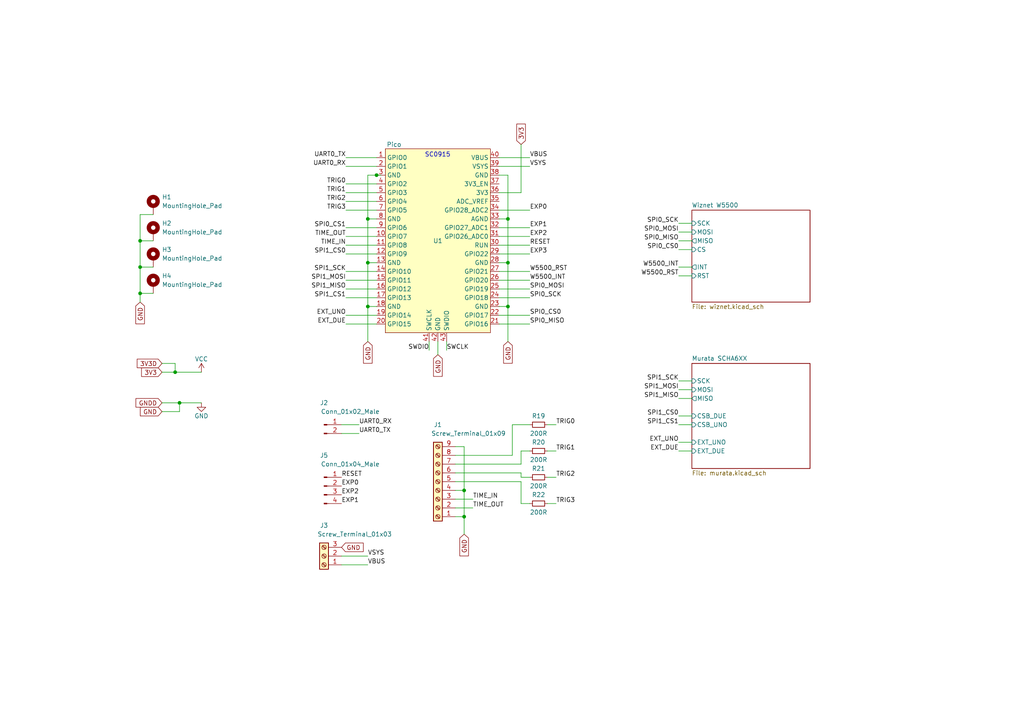
<source format=kicad_sch>
(kicad_sch (version 20211123) (generator eeschema)
  (paper "A4")
  (title_block (title "Pico Extension v1.1 ") (date "2022-06-27") (rev "A") (company "Tampere University") (comment 1 "Christian Kaarre"))
  (lib_symbols
    (symbol "Connector:Conn_01x02_Male" (pin_names (offset 1.016) hide)
      (property "Reference" "J" (at 0 2.54 0))
      (property "Value" "Conn_01x02_Male" (at 0 -5.08 0))
      (symbol "Conn_01x02_Male_1_1"
        (polyline (pts (xy 1.27 -2.54) (xy 0.8636 -2.54)) (stroke (width 0.1524)))
        (polyline (pts (xy 1.27 0) (xy 0.8636 0)) (stroke (width 0.1524)))
        (rectangle (start 0.8636 -2.413) (end 0 -2.667) (stroke (width 0.1524)) (fill (type outline)))
        (rectangle (start 0.8636 0.127) (end 0 -0.127) (stroke (width 0.1524)) (fill (type outline)))
        (pin passive line (at 5.08 0 180) (length 3.81) (name "Pin_1") (number "1"))
        (pin passive line (at 5.08 -2.54 180) (length 3.81) (name "Pin_2") (number "2"))
      )
    )
    (symbol "Connector:Conn_01x04_Male" (pin_names (offset 1.016) hide)
      (property "Reference" "J" (at 0 5.08 0))
      (property "Value" "Conn_01x04_Male" (at 0 -7.62 0))
      (symbol "Conn_01x04_Male_1_1"
        (polyline (pts (xy 1.27 -5.08) (xy 0.8636 -5.08)) (stroke (width 0.1524)))
        (polyline (pts (xy 1.27 -2.54) (xy 0.8636 -2.54)) (stroke (width 0.1524)))
        (polyline (pts (xy 1.27 0) (xy 0.8636 0)) (stroke (width 0.1524)))
        (polyline (pts (xy 1.27 2.54) (xy 0.8636 2.54)) (stroke (width 0.1524)))
        (rectangle (start 0.8636 -4.953) (end 0 -5.207) (stroke (width 0.1524)) (fill (type outline)))
        (rectangle (start 0.8636 -2.413) (end 0 -2.667) (stroke (width 0.1524)) (fill (type outline)))
        (rectangle (start 0.8636 0.127) (end 0 -0.127) (stroke (width 0.1524)) (fill (type outline)))
        (rectangle (start 0.8636 2.667) (end 0 2.413) (stroke (width 0.1524)) (fill (type outline)))
        (pin passive line (at 5.08 2.54 180) (length 3.81) (name "Pin_1") (number "1"))
        (pin passive line (at 5.08 0 180) (length 3.81) (name "Pin_2") (number "2"))
        (pin passive line (at 5.08 -2.54 180) (length 3.81) (name "Pin_3") (number "3"))
        (pin passive line (at 5.08 -5.08 180) (length 3.81) (name "Pin_4") (number "4"))
      )
    )
    (symbol "Connector:Screw_Terminal_01x03" (pin_names (offset 1.016) hide)
      (property "Reference" "J" (at 0 5.08 0))
      (property "Value" "Screw_Terminal_01x03" (at 0 -5.08 0))
      (symbol "Screw_Terminal_01x03_1_1"
        (rectangle (start -1.27 3.81) (end 1.27 -3.81) (stroke (width 0.254)) (fill (type background)))
        (circle (center 0 -2.54) (radius 0.635) (stroke (width 0.1524)))
        (polyline (pts (xy -0.5334 -2.2098) (xy 0.3302 -3.048)) (stroke (width 0.1524)))
        (polyline (pts (xy -0.5334 0.3302) (xy 0.3302 -0.508)) (stroke (width 0.1524)))
        (polyline (pts (xy -0.5334 2.8702) (xy 0.3302 2.032)) (stroke (width 0.1524)))
        (polyline (pts (xy -0.3556 -2.032) (xy 0.508 -2.8702)) (stroke (width 0.1524)))
        (polyline (pts (xy -0.3556 0.508) (xy 0.508 -0.3302)) (stroke (width 0.1524)))
        (polyline (pts (xy -0.3556 3.048) (xy 0.508 2.2098)) (stroke (width 0.1524)))
        (circle (center 0 0) (radius 0.635) (stroke (width 0.1524)))
        (circle (center 0 2.54) (radius 0.635) (stroke (width 0.1524)))
        (pin passive line (at -5.08 2.54 0) (length 3.81) (name "Pin_1") (number "1"))
        (pin passive line (at -5.08 0 0) (length 3.81) (name "Pin_2") (number "2"))
        (pin passive line (at -5.08 -2.54 0) (length 3.81) (name "Pin_3") (number "3"))
      )
    )
    (symbol "Connector:Screw_Terminal_01x09" (pin_names (offset 1.016) hide)
      (property "Reference" "J" (at 0 12.7 0))
      (property "Value" "Screw_Terminal_01x09" (at 0 -12.7 0))
      (symbol "Screw_Terminal_01x09_1_1"
        (rectangle (start -1.27 11.43) (end 1.27 -11.43) (stroke (width 0.254)) (fill (type background)))
        (circle (center 0 -10.16) (radius 0.635) (stroke (width 0.1524)))
        (circle (center 0 -7.62) (radius 0.635) (stroke (width 0.1524)))
        (circle (center 0 -5.08) (radius 0.635) (stroke (width 0.1524)))
        (circle (center 0 -2.54) (radius 0.635) (stroke (width 0.1524)))
        (polyline (pts (xy -0.5334 -9.8298) (xy 0.3302 -10.668)) (stroke (width 0.1524)))
        (polyline (pts (xy -0.5334 -7.2898) (xy 0.3302 -8.128)) (stroke (width 0.1524)))
        (polyline (pts (xy -0.5334 -4.7498) (xy 0.3302 -5.588)) (stroke (width 0.1524)))
        (polyline (pts (xy -0.5334 -2.2098) (xy 0.3302 -3.048)) (stroke (width 0.1524)))
        (polyline (pts (xy -0.5334 0.3302) (xy 0.3302 -0.508)) (stroke (width 0.1524)))
        (polyline (pts (xy -0.5334 2.8702) (xy 0.3302 2.032)) (stroke (width 0.1524)))
        (polyline (pts (xy -0.5334 5.4102) (xy 0.3302 4.572)) (stroke (width 0.1524)))
        (polyline (pts (xy -0.5334 7.9502) (xy 0.3302 7.112)) (stroke (width 0.1524)))
        (polyline (pts (xy -0.5334 10.4902) (xy 0.3302 9.652)) (stroke (width 0.1524)))
        (polyline (pts (xy -0.3556 -9.652) (xy 0.508 -10.4902)) (stroke (width 0.1524)))
        (polyline (pts (xy -0.3556 -7.112) (xy 0.508 -7.9502)) (stroke (width 0.1524)))
        (polyline (pts (xy -0.3556 -4.572) (xy 0.508 -5.4102)) (stroke (width 0.1524)))
        (polyline (pts (xy -0.3556 -2.032) (xy 0.508 -2.8702)) (stroke (width 0.1524)))
        (polyline (pts (xy -0.3556 0.508) (xy 0.508 -0.3302)) (stroke (width 0.1524)))
        (polyline (pts (xy -0.3556 3.048) (xy 0.508 2.2098)) (stroke (width 0.1524)))
        (polyline (pts (xy -0.3556 5.588) (xy 0.508 4.7498)) (stroke (width 0.1524)))
        (polyline (pts (xy -0.3556 8.128) (xy 0.508 7.2898)) (stroke (width 0.1524)))
        (polyline (pts (xy -0.3556 10.668) (xy 0.508 9.8298)) (stroke (width 0.1524)))
        (circle (center 0 0) (radius 0.635) (stroke (width 0.1524)))
        (circle (center 0 2.54) (radius 0.635) (stroke (width 0.1524)))
        (circle (center 0 5.08) (radius 0.635) (stroke (width 0.1524)))
        (circle (center 0 7.62) (radius 0.635) (stroke (width 0.1524)))
        (circle (center 0 10.16) (radius 0.635) (stroke (width 0.1524)))
        (pin passive line (at -5.08 10.16 0) (length 3.81) (name "Pin_1") (number "1"))
        (pin passive line (at -5.08 7.62 0) (length 3.81) (name "Pin_2") (number "2"))
        (pin passive line (at -5.08 5.08 0) (length 3.81) (name "Pin_3") (number "3"))
        (pin passive line (at -5.08 2.54 0) (length 3.81) (name "Pin_4") (number "4"))
        (pin passive line (at -5.08 0 0) (length 3.81) (name "Pin_5") (number "5"))
        (pin passive line (at -5.08 -2.54 0) (length 3.81) (name "Pin_6") (number "6"))
        (pin passive line (at -5.08 -5.08 0) (length 3.81) (name "Pin_7") (number "7"))
        (pin passive line (at -5.08 -7.62 0) (length 3.81) (name "Pin_8") (number "8"))
        (pin passive line (at -5.08 -10.16 0) (length 3.81) (name "Pin_9") (number "9"))
      )
    )
    (symbol "Device:R_Small" (pin_numbers hide) (pin_names (offset 0.254) hide)
      (property "Reference" "R" (at 0.762 0.508 0))
      (property "Value" "R_Small" (at 0.762 -1.016 0))
      (symbol "R_Small_0_1"
        (rectangle (start -0.762 1.778) (end 0.762 -1.778) (stroke (width 0.2032)))
      )
      (symbol "R_Small_1_1"
        (pin passive line (at 0 2.54 270) (length 0.762) (name "~") (number "1"))
        (pin passive line (at 0 -2.54 90) (length 0.762) (name "~") (number "2"))
      )
    )
    (symbol "MCU_RaspberryPi_and_Boards:Pico"
      (property "Reference" "U1" (at 0 31.75 0))
      (property "Value" "Pico" (at -12.7 27.94 0))
      (symbol "Pico_0_1"
        (rectangle (start -15.24 26.67) (end 15.24 -26.67) (fill (type background)))
      )
      (symbol "Pico_1_1"
        (pin bidirectional line (at -17.78 24.13 0) (length 2.54) (name "GPIO0") (number "1"))
        (pin bidirectional line (at -17.78 1.27 0) (length 2.54) (name "GPIO7") (number "10"))
        (pin bidirectional line (at -17.78 -1.27 0) (length 2.54) (name "GPIO8") (number "11"))
        (pin bidirectional line (at -17.78 -3.81 0) (length 2.54) (name "GPIO9") (number "12"))
        (pin power_in line (at -17.78 -6.35 0) (length 2.54) (name "GND") (number "13"))
        (pin bidirectional line (at -17.78 -8.89 0) (length 2.54) (name "GPIO10") (number "14"))
        (pin bidirectional line (at -17.78 -11.43 0) (length 2.54) (name "GPIO11") (number "15"))
        (pin bidirectional line (at -17.78 -13.97 0) (length 2.54) (name "GPIO12") (number "16"))
        (pin bidirectional line (at -17.78 -16.51 0) (length 2.54) (name "GPIO13") (number "17"))
        (pin power_in line (at -17.78 -19.05 0) (length 2.54) (name "GND") (number "18"))
        (pin bidirectional line (at -17.78 -21.59 0) (length 2.54) (name "GPIO14") (number "19"))
        (pin bidirectional line (at -17.78 21.59 0) (length 2.54) (name "GPIO1") (number "2"))
        (pin bidirectional line (at -17.78 -24.13 0) (length 2.54) (name "GPIO15") (number "20"))
        (pin bidirectional line (at 17.78 -24.13 180) (length 2.54) (name "GPIO16") (number "21"))
        (pin bidirectional line (at 17.78 -21.59 180) (length 2.54) (name "GPIO17") (number "22"))
        (pin power_in line (at 17.78 -19.05 180) (length 2.54) (name "GND") (number "23"))
        (pin bidirectional line (at 17.78 -16.51 180) (length 2.54) (name "GPIO18") (number "24"))
        (pin bidirectional line (at 17.78 -13.97 180) (length 2.54) (name "GPIO19") (number "25"))
        (pin bidirectional line (at 17.78 -11.43 180) (length 2.54) (name "GPIO20") (number "26"))
        (pin bidirectional line (at 17.78 -8.89 180) (length 2.54) (name "GPIO21") (number "27"))
        (pin power_in line (at 17.78 -6.35 180) (length 2.54) (name "GND") (number "28"))
        (pin bidirectional line (at 17.78 -3.81 180) (length 2.54) (name "GPIO22") (number "29"))
        (pin power_in line (at -17.78 19.05 0) (length 2.54) (name "GND") (number "3"))
        (pin input line (at 17.78 -1.27 180) (length 2.54) (name "RUN") (number "30"))
        (pin bidirectional line (at 17.78 1.27 180) (length 2.54) (name "GPIO26_ADC0") (number "31"))
        (pin bidirectional line (at 17.78 3.81 180) (length 2.54) (name "GPIO27_ADC1") (number "32"))
        (pin power_in line (at 17.78 6.35 180) (length 2.54) (name "AGND") (number "33"))
        (pin bidirectional line (at 17.78 8.89 180) (length 2.54) (name "GPIO28_ADC2") (number "34"))
        (pin power_in line (at 17.78 11.43 180) (length 2.54) (name "ADC_VREF") (number "35"))
        (pin power_in line (at 17.78 13.97 180) (length 2.54) (name "3V3") (number "36"))
        (pin input line (at 17.78 16.51 180) (length 2.54) (name "3V3_EN") (number "37"))
        (pin bidirectional line (at 17.78 19.05 180) (length 2.54) (name "GND") (number "38"))
        (pin power_in line (at 17.78 21.59 180) (length 2.54) (name "VSYS") (number "39"))
        (pin bidirectional line (at -17.78 16.51 0) (length 2.54) (name "GPIO2") (number "4"))
        (pin power_in line (at 17.78 24.13 180) (length 2.54) (name "VBUS") (number "40"))
        (pin input line (at -2.54 -29.21 90) (length 2.54) (name "SWCLK") (number "41"))
        (pin power_in line (at 0 -29.21 90) (length 2.54) (name "GND") (number "42"))
        (pin bidirectional line (at 2.54 -29.21 90) (length 2.54) (name "SWDIO") (number "43"))
        (pin bidirectional line (at -17.78 13.97 0) (length 2.54) (name "GPIO3") (number "5"))
        (pin bidirectional line (at -17.78 11.43 0) (length 2.54) (name "GPIO4") (number "6"))
        (pin bidirectional line (at -17.78 8.89 0) (length 2.54) (name "GPIO5") (number "7"))
        (pin power_in line (at -17.78 6.35 0) (length 2.54) (name "GND") (number "8"))
        (pin bidirectional line (at -17.78 3.81 0) (length 2.54) (name "GPIO6") (number "9"))
      )
    )
    (symbol "Mechanical:MountingHole_Pad" (pin_numbers hide) (pin_names (offset 1.016) hide)
      (property "Reference" "H" (at 0 6.35 0))
      (property "Value" "MountingHole_Pad" (at 0 4.445 0))
      (symbol "MountingHole_Pad_0_1"
        (circle (center 0 1.27) (radius 1.27) (stroke (width 1.27)))
      )
      (symbol "MountingHole_Pad_1_1"
        (pin input line (at 0 -2.54 90) (length 2.54) (name "1") (number "1"))
      )
    )
    (symbol "power:GND" (power) (pin_names (offset 0))
      (property "Value" "GND" (at 0 -3.81 0))
      (symbol "GND_0_1"
        (polyline (pts (xy 0 0) (xy 0 -1.27) (xy 1.27 -1.27) (xy 0 -2.54) (xy -1.27 -1.27) (xy 0 -1.27)))
      )
      (symbol "GND_1_1"
        (pin power_in line (at 0 0 270) (length 0) hide (name "GND") (number "1"))
      )
    )
    (symbol "power:VCC" (power) (pin_names (offset 0))
      (property "Value" "VCC" (at 0 3.81 0))
      (symbol "VCC_0_1"
        (polyline (pts (xy -0.762 1.27) (xy 0 2.54)))
        (polyline (pts (xy 0 0) (xy 0 2.54)))
        (polyline (pts (xy 0 2.54) (xy 0.762 1.27)))
      )
      (symbol "VCC_1_1"
        (pin power_in line (at 0 0 90) (length 0) hide (name "VCC") (number "1"))
      )
    )
  )
  (junction (at 106.68 88.9))
  (junction (at 134.62 149.86))
  (junction (at 147.32 63.5))
  (junction (at 40.64 85.09))
  (junction (at 109.22 50.8))
  (junction (at 134.62 142.24))
  (junction (at 40.64 69.85))
  (junction (at 147.32 76.2))
  (junction (at 106.68 76.2))
  (junction (at 50.8 107.95))
  (junction (at 147.32 88.9))
  (junction (at 106.68 63.5))
  (junction (at 52.07 116.84))
  (junction (at 40.64 77.47))
  (wire (pts (xy 100.33 55.88) (xy 109.22 55.88)))
  (wire (pts (xy 161.29 146.05) (xy 158.75 146.05)))
  (wire (pts (xy 196.85 64.77) (xy 200.66 64.77)))
  (wire (pts (xy 106.68 76.2) (xy 109.22 76.2)))
  (wire (pts (xy 196.85 77.47) (xy 200.66 77.47)))
  (wire (pts (xy 144.78 63.5) (xy 147.32 63.5)))
  (wire (pts (xy 161.29 130.81) (xy 158.75 130.81)))
  (wire (pts (xy 196.85 120.65) (xy 200.66 120.65)))
  (wire (pts (xy 50.8 107.95) (xy 58.42 107.95)))
  (wire (pts (xy 52.07 116.84) (xy 58.42 116.84)))
  (wire (pts (xy 100.33 86.36) (xy 109.22 86.36)))
  (wire (pts (xy 44.45 62.23) (xy 40.64 62.23)))
  (wire (pts (xy 46.99 107.95) (xy 50.8 107.95)))
  (wire (pts (xy 147.32 76.2) (xy 147.32 88.9)))
  (wire (pts (xy 99.06 163.83) (xy 106.68 163.83)))
  (wire (pts (xy 127 102.87) (xy 127 99.06)))
  (wire (pts (xy 109.22 78.74) (xy 100.33 78.74)))
  (wire (pts (xy 134.62 142.24) (xy 134.62 149.86)))
  (wire (pts (xy 161.29 123.19) (xy 158.75 123.19)))
  (wire (pts (xy 46.99 105.41) (xy 50.8 105.41)))
  (wire (pts (xy 40.64 85.09) (xy 44.45 85.09)))
  (wire (pts (xy 100.33 66.04) (xy 109.22 66.04)))
  (wire (pts (xy 46.99 116.84) (xy 52.07 116.84)))
  (wire (pts (xy 196.85 123.19) (xy 200.66 123.19)))
  (wire (pts (xy 100.33 45.72) (xy 109.22 45.72)))
  (wire (pts (xy 40.64 62.23) (xy 40.64 69.85)))
  (wire (pts (xy 100.33 60.96) (xy 109.22 60.96)))
  (wire (pts (xy 151.13 134.62) (xy 151.13 130.81)))
  (wire (pts (xy 132.08 137.16) (xy 151.13 137.16)))
  (wire (pts (xy 132.08 139.7) (xy 151.13 139.7)))
  (wire (pts (xy 100.33 53.34) (xy 109.22 53.34)))
  (wire (pts (xy 100.33 68.58) (xy 109.22 68.58)))
  (wire (pts (xy 148.59 132.08) (xy 148.59 123.19)))
  (wire (pts (xy 144.78 66.04) (xy 153.67 66.04)))
  (wire (pts (xy 196.85 69.85) (xy 200.66 69.85)))
  (wire (pts (xy 110.49 50.8) (xy 109.22 50.8)))
  (wire (pts (xy 132.08 129.54) (xy 134.62 129.54)))
  (wire (pts (xy 151.13 137.16) (xy 151.13 138.43)))
  (wire (pts (xy 151.13 55.88) (xy 151.13 41.91)))
  (wire (pts (xy 196.85 113.03) (xy 200.66 113.03)))
  (wire (pts (xy 144.78 76.2) (xy 147.32 76.2)))
  (wire (pts (xy 144.78 71.12) (xy 153.67 71.12)))
  (wire (pts (xy 46.99 119.38) (xy 52.07 119.38)))
  (wire (pts (xy 40.64 69.85) (xy 40.64 77.47)))
  (wire (pts (xy 144.78 83.82) (xy 153.67 83.82)))
  (wire (pts (xy 196.85 110.49) (xy 200.66 110.49)))
  (wire (pts (xy 40.64 69.85) (xy 44.45 69.85)))
  (wire (pts (xy 151.13 138.43) (xy 153.67 138.43)))
  (wire (pts (xy 161.29 138.43) (xy 158.75 138.43)))
  (wire (pts (xy 50.8 105.41) (xy 50.8 107.95)))
  (wire (pts (xy 147.32 63.5) (xy 147.32 76.2)))
  (wire (pts (xy 104.14 125.73) (xy 99.06 125.73)))
  (wire (pts (xy 100.33 71.12) (xy 109.22 71.12)))
  (wire (pts (xy 144.78 45.72) (xy 153.67 45.72)))
  (wire (pts (xy 144.78 78.74) (xy 153.67 78.74)))
  (wire (pts (xy 132.08 142.24) (xy 134.62 142.24)))
  (wire (pts (xy 106.68 63.5) (xy 106.68 76.2)))
  (wire (pts (xy 100.33 48.26) (xy 109.22 48.26)))
  (wire (pts (xy 106.68 63.5) (xy 109.22 63.5)))
  (wire (pts (xy 151.13 146.05) (xy 153.67 146.05)))
  (wire (pts (xy 106.68 88.9) (xy 109.22 88.9)))
  (wire (pts (xy 144.78 55.88) (xy 151.13 55.88)))
  (wire (pts (xy 147.32 50.8) (xy 147.32 63.5)))
  (wire (pts (xy 151.13 130.81) (xy 153.67 130.81)))
  (wire (pts (xy 196.85 130.81) (xy 200.66 130.81)))
  (wire (pts (xy 137.16 144.78) (xy 132.08 144.78)))
  (wire (pts (xy 100.33 73.66) (xy 109.22 73.66)))
  (wire (pts (xy 104.14 123.19) (xy 99.06 123.19)))
  (wire (pts (xy 40.64 77.47) (xy 40.64 85.09)))
  (wire (pts (xy 132.08 132.08) (xy 148.59 132.08)))
  (wire (pts (xy 132.08 134.62) (xy 151.13 134.62)))
  (wire (pts (xy 144.78 60.96) (xy 153.67 60.96)))
  (wire (pts (xy 134.62 129.54) (xy 134.62 142.24)))
  (wire (pts (xy 148.59 123.19) (xy 153.67 123.19)))
  (wire (pts (xy 151.13 139.7) (xy 151.13 146.05)))
  (wire (pts (xy 147.32 88.9) (xy 147.32 99.06)))
  (wire (pts (xy 144.78 48.26) (xy 153.67 48.26)))
  (wire (pts (xy 100.33 93.98) (xy 109.22 93.98)))
  (wire (pts (xy 196.85 72.39) (xy 200.66 72.39)))
  (wire (pts (xy 52.07 119.38) (xy 52.07 116.84)))
  (wire (pts (xy 137.16 147.32) (xy 132.08 147.32)))
  (wire (pts (xy 144.78 93.98) (xy 153.67 93.98)))
  (wire (pts (xy 196.85 67.31) (xy 200.66 67.31)))
  (wire (pts (xy 99.06 161.29) (xy 106.68 161.29)))
  (wire (pts (xy 109.22 50.8) (xy 106.68 50.8)))
  (wire (pts (xy 124.46 99.06) (xy 124.46 101.6)))
  (wire (pts (xy 196.85 128.27) (xy 200.66 128.27)))
  (wire (pts (xy 100.33 81.28) (xy 109.22 81.28)))
  (wire (pts (xy 144.78 50.8) (xy 147.32 50.8)))
  (wire (pts (xy 100.33 83.82) (xy 109.22 83.82)))
  (wire (pts (xy 100.33 58.42) (xy 109.22 58.42)))
  (wire (pts (xy 106.68 88.9) (xy 106.68 99.06)))
  (wire (pts (xy 106.68 76.2) (xy 106.68 88.9)))
  (wire (pts (xy 40.64 85.09) (xy 40.64 87.63)))
  (wire (pts (xy 196.85 80.01) (xy 200.66 80.01)))
  (wire (pts (xy 144.78 86.36) (xy 153.67 86.36)))
  (wire (pts (xy 144.78 81.28) (xy 153.67 81.28)))
  (wire (pts (xy 144.78 88.9) (xy 147.32 88.9)))
  (wire (pts (xy 129.54 99.06) (xy 129.54 101.6)))
  (wire (pts (xy 144.78 73.66) (xy 153.67 73.66)))
  (wire (pts (xy 106.68 50.8) (xy 106.68 63.5)))
  (wire (pts (xy 100.33 91.44) (xy 109.22 91.44)))
  (wire (pts (xy 132.08 149.86) (xy 134.62 149.86)))
  (wire (pts (xy 196.85 115.57) (xy 200.66 115.57)))
  (wire (pts (xy 144.78 91.44) (xy 153.67 91.44)))
  (wire (pts (xy 144.78 68.58) (xy 153.67 68.58)))
  (wire (pts (xy 40.64 77.47) (xy 44.45 77.47)))
  (wire (pts (xy 134.62 149.86) (xy 134.62 154.94)))
  (text "SC0915" (at 123.19 45.72 0) (effects (font (size 1.27 1.27)) (justify left bottom)))
  (label "SPI1_CS1" (at 100.33 86.36 180))
  (label "VSYS" (at 106.68 161.29 0))
  (label "TRIG2" (at 161.29 138.43 0))
  (label "SPI0_CS1" (at 100.33 66.04 180))
  (label "EXT_DUE" (at 100.33 93.98 180))
  (label "TIME_OUT" (at 137.16 147.32 0))
  (label "SPI1_MOSI" (at 196.85 113.03 180))
  (label "EXP1" (at 153.67 66.04 0))
  (label "SPI0_SCK" (at 196.85 64.77 180))
  (label "W5500_RST" (at 196.85 80.01 180))
  (label "EXT_UNO" (at 100.33 91.44 180))
  (label "SPI0_CS0" (at 196.85 72.39 180))
  (label "SPI1_CS0" (at 100.33 73.66 180))
  (label "SPI1_CS1" (at 196.85 123.19 180))
  (label "SPI0_CS0" (at 153.67 91.44 0))
  (label "EXP1" (at 99.06 146.05 0))
  (label "TRIG3" (at 100.33 60.96 180))
  (label "EXT_UNO" (at 196.85 128.27 180))
  (label "UART0_TX" (at 100.33 45.72 180))
  (label "SWCLK" (at 129.54 101.6 0))
  (label "UART0_TX" (at 104.14 125.73 0))
  (label "EXP2" (at 99.06 143.51 0))
  (label "TRIG0" (at 161.29 123.19 0))
  (label "EXP0" (at 99.06 140.97 0))
  (label "UART0_RX" (at 100.33 48.26 180))
  (label "SPI1_MOSI" (at 100.33 81.28 180))
  (label "SPI1_SCK" (at 196.85 110.49 180))
  (label "SPI0_MOSI" (at 153.67 83.82 0))
  (label "SPI0_MISO" (at 153.67 93.98 0))
  (label "EXT_DUE" (at 196.85 130.81 180))
  (label "TRIG1" (at 100.33 55.88 180))
  (label "SPI1_CS0" (at 196.85 120.65 180))
  (label "EXP3" (at 153.67 73.66 0))
  (label "VBUS" (at 106.68 163.83 0))
  (label "W5500_INT" (at 196.85 77.47 180))
  (label "TRIG3" (at 161.29 146.05 0))
  (label "TIME_IN" (at 100.33 71.12 180))
  (label "SPI1_MISO" (at 196.85 115.57 180))
  (label "TRIG2" (at 100.33 58.42 180))
  (label "EXP2" (at 153.67 68.58 0))
  (label "W5500_INT" (at 153.67 81.28 0))
  (label "SPI0_MISO" (at 196.85 69.85 180))
  (label "SPI1_MISO" (at 100.33 83.82 180))
  (label "VBUS" (at 153.67 45.72 0))
  (label "TRIG0" (at 100.33 53.34 180))
  (label "RESET" (at 153.67 71.12 0))
  (label "W5500_RST" (at 153.67 78.74 0))
  (label "TRIG1" (at 161.29 130.81 0))
  (label "SPI1_SCK" (at 100.33 78.74 180))
  (label "SPI0_MOSI" (at 196.85 67.31 180))
  (label "RESET" (at 99.06 138.43 0))
  (label "VSYS" (at 153.67 48.26 0))
  (label "TIME_IN" (at 137.16 144.78 0))
  (label "EXP0" (at 153.67 60.96 0))
  (label "SWDIO" (at 124.46 101.6 180))
  (label "TIME_OUT" (at 100.33 68.58 180))
  (label "UART0_RX" (at 104.14 123.19 0))
  (label "SPI0_SCK" (at 153.67 86.36 0))
  (global_label "GNDD" (shape input) (at 46.99 116.84 180) (property "Intersheet References" "${INTERSHEET_REFS}" (effects hide)))
  (global_label "GND" (shape input) (at 147.32 99.06 270) (property "Intersheet References" "${INTERSHEET_REFS}" (effects hide)))
  (global_label "3V3" (shape input) (at 151.13 41.91 90) (property "Intersheet References" "${INTERSHEET_REFS}" (effects hide)))
  (global_label "GND" (shape input) (at 127 102.87 270) (property "Intersheet References" "${INTERSHEET_REFS}" (effects hide)))
  (global_label "GND" (shape input) (at 134.62 154.94 270) (property "Intersheet References" "${INTERSHEET_REFS}" (effects hide)))
  (global_label "3V3" (shape input) (at 46.99 107.95 180) (property "Intersheet References" "${INTERSHEET_REFS}" (effects hide)))
  (global_label "GND" (shape input) (at 40.64 87.63 270) (property "Intersheet References" "${INTERSHEET_REFS}" (effects hide)))
  (global_label "GND" (shape input) (at 106.68 99.06 270) (property "Intersheet References" "${INTERSHEET_REFS}" (effects hide)))
  (global_label "GND" (shape input) (at 99.06 158.75 0) (property "Intersheet References" "${INTERSHEET_REFS}" (effects hide)))
  (global_label "3V3D" (shape input) (at 46.99 105.41 180) (property "Intersheet References" "${INTERSHEET_REFS}" (effects hide)))
  (global_label "GND" (shape input) (at 46.99 119.38 180) (property "Intersheet References" "${INTERSHEET_REFS}" (effects hide)))
  (symbol (lib_id "power:VCC") (at 58.42 107.95 0) (unit 1)
    (property "Reference" "#PWR01" (effects hide))
    (property "Value" "VCC" (at 58.42 104.14 0))
  )
  (symbol (lib_id "Device:R_Small") (at 156.21 123.19 90) (unit 1)
    (property "Reference" "R19" (at 156.21 120.65 90))
    (property "Value" "200R" (at 156.21 125.73 90))
    (property "Footprint" "Resistor_SMD:R_0402_1005Metric" (effects hide))
    (property "LCSC" "C25087" (effects hide))
  )
  (symbol (lib_id "Connector:Screw_Terminal_01x03") (at 93.98 161.29 180) (unit 1)
    (property "Reference" "J3" (at 93.98 152.4 0))
    (property "Value" "Screw_Terminal_01x03" (at 102.87 154.94 0))
    (property "Footprint" "TerminalBlock_RND:TerminalBlock_RND_205-00288_1x03_P5.08mm_Horizontal" (effects hide))
  )
  (symbol (lib_id "Connector:Conn_01x02_Male") (at 93.98 123.19 0) (unit 1)
    (property "Reference" "J2" (at 93.98 116.84 0))
    (property "Value" "Conn_01x02_Male" (at 101.6 119.38 0))
    (property "Footprint" "Connector_PinHeader_2.54mm:PinHeader_1x02_P2.54mm_Vertical" (effects hide))
  )
  (symbol (lib_id "Connector:Screw_Terminal_01x09") (at 127 139.7 180) (unit 1)
    (property "Reference" "J1" (at 127 123.19 0))
    (property "Value" "Screw_Terminal_01x09" (at 135.89 125.73 0))
    (property "Footprint" "TerminalBlock_RND:TerminalBlock_RND_205-00294_1x09_P5.08mm_Horizontal" (effects hide))
    (property "notes" "https://www.digikey.fi/en/products/detail/phoenix-contact/1715815/4452983" (effects hide))
  )
  (symbol (lib_id "Device:R_Small") (at 156.21 130.81 90) (unit 1)
    (property "Reference" "R20" (at 156.21 128.27 90))
    (property "Value" "200R" (at 156.21 133.35 90))
    (property "Footprint" "Resistor_SMD:R_0402_1005Metric" (effects hide))
    (property "LCSC" "C25087" (effects hide))
  )
  (symbol (lib_id "MCU_RaspberryPi_and_Boards:Pico") (at 127 69.85 0) (unit 1)
    (property "Reference" "U1" (at 127 69.85 0))
    (property "Value" "Pico" (at 114.3 41.91 0))
    (property "Footprint" "Raspberry:RPi_Pico_SMD_nopins" (effects hide))
    (property "notes" "https://www.digikey.fi/en/products/detail/raspberry-pi/SC0915/13624793?s=N4IgTCBcDaIM4GMAMBOAjAVhAXQL5A" (effects hide))
  )
  (symbol (lib_id "Device:R_Small") (at 156.21 146.05 90) (unit 1)
    (property "Reference" "R22" (at 156.21 143.51 90))
    (property "Value" "200R" (at 156.21 148.59 90))
    (property "Footprint" "Resistor_SMD:R_0402_1005Metric" (effects hide))
    (property "LCSC" "C25087" (effects hide))
  )
  (symbol (lib_id "Mechanical:MountingHole_Pad") (at 44.45 82.55 0) (unit 1) (in_bom no)
    (property "Reference" "H4" (at 46.99 80.0099 0) (effects (justify left)))
    (property "Value" "MountingHole_Pad" (at 46.99 82.5499 0) (effects (justify left)))
    (property "Footprint" "MountingHole:MountingHole_2.5mm_Pad_Via" (effects hide))
  )
  (symbol (lib_id "Mechanical:MountingHole_Pad") (at 44.45 59.69 0) (unit 1) (in_bom no)
    (property "Reference" "H1" (at 46.99 57.1499 0) (effects (justify left)))
    (property "Value" "MountingHole_Pad" (at 46.99 59.6899 0) (effects (justify left)))
    (property "Footprint" "MountingHole:MountingHole_2.5mm_Pad_Via" (effects hide))
  )
  (symbol (lib_id "Mechanical:MountingHole_Pad") (at 44.45 74.93 0) (unit 1) (in_bom no)
    (property "Reference" "H3" (at 46.99 72.3899 0) (effects (justify left)))
    (property "Value" "MountingHole_Pad" (at 46.99 74.9299 0) (effects (justify left)))
    (property "Footprint" "MountingHole:MountingHole_2.5mm_Pad_Via" (effects hide))
  )
  (symbol (lib_id "Mechanical:MountingHole_Pad") (at 44.45 67.31 0) (unit 1) (in_bom no)
    (property "Reference" "H2" (at 46.99 64.7699 0) (effects (justify left)))
    (property "Value" "MountingHole_Pad" (at 46.99 67.3099 0) (effects (justify left)))
    (property "Footprint" "MountingHole:MountingHole_2.5mm_Pad_Via" (effects hide))
  )
  (symbol (lib_id "Connector:Conn_01x04_Male") (at 93.98 140.97 0) (unit 1)
    (property "Reference" "J5" (at 93.98 132.08 0))
    (property "Value" "Conn_01x04_Male" (at 101.6 134.62 0))
    (property "Footprint" "Connector_PinHeader_2.54mm:PinHeader_2x02_P2.54mm_Vertical" (effects hide))
  )
  (symbol (lib_id "power:GND") (at 58.42 116.84 0) (unit 1)
    (property "Reference" "#PWR02" (effects hide))
    (property "Value" "GND" (at 58.42 120.65 0))
  )
  (symbol (lib_id "Device:R_Small") (at 156.21 138.43 90) (unit 1)
    (property "Reference" "R21" (at 156.21 135.89 90))
    (property "Value" "200R" (at 156.21 140.97 90))
    (property "Footprint" "Resistor_SMD:R_0402_1005Metric" (effects hide))
    (property "LCSC" "C25087" (effects hide))
  )
  (sheet (at 200.66 60.96) (size 34.29 26.67) (stroke (width 0.1524))
    (property "Sheet name" "Wiznet W5500" (at 200.66 60.2484 0) (effects (justify left bottom)))
    (property "Sheet file" "wiznet.kicad_sch" (at 200.66 88.2146 0) (effects (justify left top)))
    (pin "MISO" output (at 200.66 69.85 180))
    (pin "MOSI" input (at 200.66 67.31 180))
    (pin "SCK" input (at 200.66 64.77 180))
    (pin "INT" output (at 200.66 77.47 180))
    (pin "RST" input (at 200.66 80.01 180))
    (pin "CS" input (at 200.66 72.39 180))
  )
  (sheet (at 200.66 105.41) (size 34.29 30.48) (stroke (width 0.1524))
    (property "Sheet name" "Murata SCHA6XX" (at 200.66 104.6984 0) (effects (justify left bottom)))
    (property "Sheet file" "murata.kicad_sch" (at 200.66 136.4746 0) (effects (justify left top)))
    (pin "MISO" output (at 200.66 115.57 180))
    (pin "MOSI" input (at 200.66 113.03 180))
    (pin "SCK" input (at 200.66 110.49 180))
    (pin "CSB_DUE" input (at 200.66 120.65 180))
    (pin "CSB_UNO" input (at 200.66 123.19 180))
    (pin "EXT_UNO" input (at 200.66 128.27 180))
    (pin "EXT_DUE" input (at 200.66 130.81 180))
  )
)
</source>
